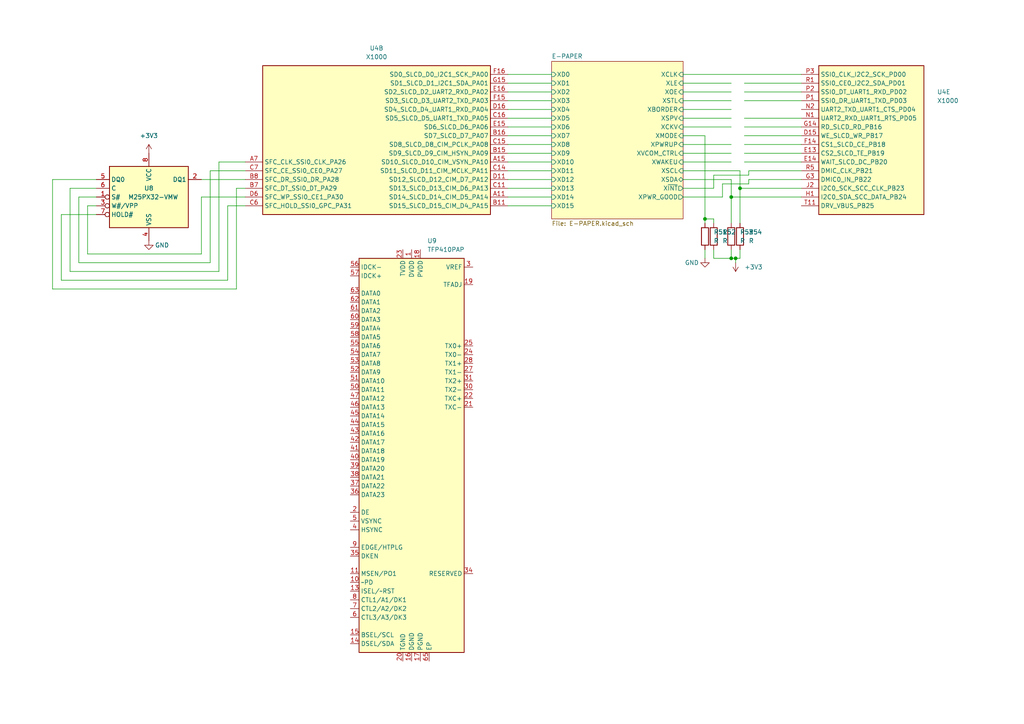
<source format=kicad_sch>
(kicad_sch (version 20211123) (generator eeschema)
  (paper "A4")
  (lib_symbols
    (symbol "Device:R" (pin_numbers hide) (pin_names (offset 0))
      (property "Reference" "R" (at 2.032 0 90))
      (property "Value" "R" (at 0 0 90))
      (symbol "R_0_1"
        (rectangle (start -1.016 -2.54) (end 1.016 2.54) (stroke (width 0.254)))
      )
      (symbol "R_1_1"
        (pin passive line (at 0 3.81 270) (length 1.27) (name "~") (number "1"))
        (pin passive line (at 0 -3.81 90) (length 1.27) (name "~") (number "2"))
      )
    )
    (symbol "Memory_Flash:M25PX32-VMW"
      (property "Reference" "U" (at -10.16 10.16 0))
      (property "Value" "M25PX32-VMW" (at 7.62 -10.16 0))
      (symbol "M25PX32-VMW_0_1"
        (rectangle (start -11.43 8.89) (end 11.43 -8.89) (stroke (width 0.254)) (fill (type background)))
      )
      (symbol "M25PX32-VMW_1_1"
        (pin input inverted (at -15.24 0 0) (length 3.81) (name "S#") (number "1"))
        (pin bidirectional line (at 15.24 5.08 180) (length 3.81) (name "DQ1") (number "2"))
        (pin input inverted (at -15.24 -2.54 0) (length 3.81) (name "W#/VPP") (number "3"))
        (pin power_in line (at 0 -12.7 90) (length 3.81) (name "VSS") (number "4"))
        (pin bidirectional line (at -15.24 5.08 0) (length 3.81) (name "DQ0") (number "5"))
        (pin input line (at -15.24 2.54 0) (length 3.81) (name "C") (number "6"))
        (pin input inverted (at -15.24 -5.08 0) (length 3.81) (name "HOLD#") (number "7"))
        (pin power_in line (at 0 12.7 270) (length 3.81) (name "VCC") (number "8"))
      )
    )
    (symbol "TheBrutzlers_Lib:X1000"
      (property "Reference" "U" (at 13.97 6.35 0))
      (property "Value" "X1000" (at 13.97 3.81 0))
      (symbol "X1000_1_1"
        (rectangle (start 5.08 2.54) (end 20.32 -22.86) (stroke (width 0.254)) (fill (type background)))
        (pin output line (at 25.4 -17.78 180) (length 5.08) (name "COEDC_PWMRP") (number "M15"))
        (pin output line (at 25.4 -20.32 180) (length 5.08) (name "CODEC_PWMRN") (number "M16"))
        (pin output line (at 25.4 -12.7 180) (length 5.08) (name "CODEC_PWMLP") (number "N15"))
        (pin output line (at 25.4 -15.24 180) (length 5.08) (name "CODEC_PWMLN") (number "N16"))
        (pin power_in line (at 25.4 0 180) (length 5.08) (name "CODEC_VREFP") (number "P15"))
        (pin unspecified line (at 25.4 -10.16 180) (length 5.08) (name "MICBIAS") (number "R14"))
        (pin bidirectional line (at 25.4 -7.62 180) (length 5.08) (name "AIN") (number "R15"))
        (pin bidirectional line (at 25.4 -5.08 180) (length 5.08) (name "AIP") (number "R16"))
        (pin power_out line (at 25.4 -2.54 180) (length 5.08) (name "VCAP") (number "T15"))
      )
      (symbol "X1000_2_1"
        (rectangle (start 5.08 2.54) (end 71.12 -40.64) (stroke (width 0.254)) (fill (type background)))
        (pin bidirectional line (at 76.2 -35.56 180) (length 5.08) (name "SD14_SLCD_D14_CIM_D5_PA14") (number "A11"))
        (pin bidirectional line (at 76.2 -25.4 180) (length 5.08) (name "SD10_SLCD_D10_CIM_VSYN_PA10") (number "A15"))
        (pin bidirectional line (at 0 -25.4 0) (length 5.08) (name "SFC_CLK_SSI0_CLK_PA26") (number "A7"))
        (pin bidirectional line (at 76.2 -38.1 180) (length 5.08) (name "SD15_SLCD_D15_CIM_D4_PA15") (number "B11"))
        (pin bidirectional line (at 76.2 -22.86 180) (length 5.08) (name "SD9_SLCD_D9_CIM_HSYN_PA09") (number "B15"))
        (pin bidirectional line (at 76.2 -17.78 180) (length 5.08) (name "SD7_SLCD_D7_PA07") (number "B16"))
        (pin bidirectional line (at 0 -33.02 0) (length 5.08) (name "SFC_DT_SSI0_DT_PA29") (number "B7"))
        (pin bidirectional line (at 0 -30.48 0) (length 5.08) (name "SFC_DR_SSI0_DR_PA28") (number "B8"))
        (pin bidirectional line (at 76.2 -33.02 180) (length 5.08) (name "SD13_SLCD_D13_CIM_D6_PA13") (number "C11"))
        (pin bidirectional line (at 76.2 -27.94 180) (length 5.08) (name "SD11_SLCD_D11_CIM_MCLK_PA11") (number "C14"))
        (pin bidirectional line (at 76.2 -20.32 180) (length 5.08) (name "SD8_SLCD_D8_CIM_PCLK_PA08") (number "C15"))
        (pin bidirectional line (at 76.2 -12.7 180) (length 5.08) (name "SD5_SLCD_D5_UART1_TXD_PA05") (number "C16"))
        (pin bidirectional line (at 0 -38.1 0) (length 5.08) (name "SFC_HOLD_SSI0_GPC_PA31") (number "C6"))
        (pin bidirectional line (at 0 -27.94 0) (length 5.08) (name "SFC_CE_SSI0_CE0_PA27") (number "C7"))
        (pin bidirectional line (at 76.2 -30.48 180) (length 5.08) (name "SD12_SLCD_D12_CIM_D7_PA12") (number "D11"))
        (pin bidirectional line (at 76.2 -10.16 180) (length 5.08) (name "SD4_SLCD_D4_UART1_RXD_PA04") (number "D16"))
        (pin bidirectional line (at 0 -35.56 0) (length 5.08) (name "SFC_WP_SSI0_CE1_PA30") (number "D6"))
        (pin bidirectional line (at 76.2 -15.24 180) (length 5.08) (name "SD6_SLCD_D6_PA06") (number "E15"))
        (pin bidirectional line (at 76.2 -5.08 180) (length 5.08) (name "SD2_SLCD_D2_UART2_RXD_PA02") (number "E16"))
        (pin bidirectional line (at 76.2 -7.62 180) (length 5.08) (name "SD3_SLCD_D3_UART2_TXD_PA03") (number "F15"))
        (pin bidirectional line (at 76.2 0 180) (length 5.08) (name "SD0_SLCD_D0_I2C1_SCK_PA00") (number "F16"))
        (pin bidirectional line (at 76.2 -2.54 180) (length 5.08) (name "SD1_SLCD_D1_I2C1_SDA_PA01") (number "G15"))
      )
      (symbol "X1000_3_1"
        (rectangle (start 5.08 2.54) (end 68.58 -40.64) (stroke (width 0.254)) (fill (type background)))
        (pin bidirectional line (at 73.66 -10.16 180) (length 5.08) (name "WE_SLCD_WR_PB17") (number "D15"))
        (pin bidirectional line (at 73.66 -15.24 180) (length 5.08) (name "CS2_SLCD_TE_PB19") (number "E13"))
        (pin bidirectional line (at 73.66 -17.78 180) (length 5.08) (name "WAIT_SLCD_DC_PB20") (number "E14"))
        (pin bidirectional line (at 73.66 -12.7 180) (length 5.08) (name "CS1_SLCD_CE_PB18") (number "F14"))
        (pin bidirectional line (at 73.66 -7.62 180) (length 5.08) (name "RD_SLCD_RD_PB16") (number "G14"))
        (pin bidirectional line (at 0 -35.56 0) (length 5.08) (name "SA14_MAC_MDIO_PB14") (number "G16"))
        (pin bidirectional line (at 73.66 -22.86 180) (length 5.08) (name "DMIC0_IN_PB22") (number "G3"))
        (pin bidirectional line (at 73.66 -27.94 180) (length 5.08) (name "I2C0_SDA_SCC_DATA_PB24") (number "H1"))
        (pin bidirectional line (at 0 -38.1 0) (length 5.08) (name "SA15_MAC_REF_CLK_PB15") (number "H15"))
        (pin bidirectional line (at 0 -30.48 0) (length 5.08) (name "SA12_MAC_TXD0_PB12") (number "H16"))
        (pin bidirectional line (at 0 -33.02 0) (length 5.08) (name "SA13_MAC_MDC_PB13") (number "J15"))
        (pin bidirectional line (at 0 -27.94 0) (length 5.08) (name "SA11_MAC_TXD1_PB11") (number "J16"))
        (pin bidirectional line (at 73.66 -25.4 180) (length 5.08) (name "I2C0_SCK_SCC_CLK_PB23") (number "J2"))
        (pin bidirectional line (at 0 -25.4 0) (length 5.08) (name "SA10_MAC_TXEN_PB10") (number "K14"))
        (pin bidirectional line (at 0 -22.86 0) (length 5.08) (name "SA9_MAC_RXD0_PB09") (number "K15"))
        (pin bidirectional line (at 0 -20.32 0) (length 5.08) (name "SA8_MAC_RXD1_PB08") (number "K16"))
        (pin bidirectional line (at 0 -17.78 0) (length 5.08) (name "SA7_MAC_CRS_DV_PB07") (number "L14"))
        (pin bidirectional line (at 0 -15.24 0) (length 5.08) (name "SA6_MAC_PHY_CLK_PWM3_PB06") (number "L15"))
        (pin bidirectional line (at 0 0 0) (length 5.08) (name "SA0_I2S_MCLK_PB00") (number "R2"))
        (pin bidirectional line (at 0 -7.62 0) (length 5.08) (name "SA3_I2S_DI_PB03") (number "R3"))
        (pin bidirectional line (at 0 -10.16 0) (length 5.08) (name "SA4_I2S_DO_PB04") (number "R4"))
        (pin bidirectional line (at 73.66 -20.32 180) (length 5.08) (name "DMIC_CLK_PB21") (number "R5"))
        (pin bidirectional line (at 73.66 -30.48 180) (length 5.08) (name "DRV_VBUS_PB25") (number "T11"))
        (pin bidirectional line (at 0 -2.54 0) (length 5.08) (name "SA1_I2S_BCLK_PB01") (number "T2"))
        (pin bidirectional line (at 0 -5.08 0) (length 5.08) (name "SA2_I2S_LRCLK_PB02") (number "T3"))
        (pin bidirectional line (at 0 -12.7 0) (length 5.08) (name "SA5_DMIC1_IN_PB05") (number "T4"))
      )
      (symbol "X1000_4_1"
        (rectangle (start 15.24 0) (end 60.96 -46.99) (stroke (width 0.254)) (fill (type background)))
        (pin bidirectional line (at 66.04 -16.51 180) (length 5.08) (name "MSC0_D4_CIM_D0_PA19") (number "A10"))
        (pin bidirectional line (at 66.04 -1.27 180) (length 5.08) (name "MSC0_CMD_SSI0_CE0_PA25") (number "A12"))
        (pin bidirectional line (at 66.04 -6.35 180) (length 5.08) (name "MSC0_D0_SSI0_DR_PA23") (number "A13"))
        (pin bidirectional line (at 66.04 -11.43 180) (length 5.08) (name "MSC0_D2_SSI0_CE1_PA21") (number "A14"))
        (pin bidirectional line (at 10.16 -16.51 0) (length 5.08) (name "PC17") (number "A2"))
        (pin bidirectional line (at 10.16 -24.13 0) (length 5.08) (name "PC20") (number "A3"))
        (pin bidirectional line (at 10.16 -31.75 0) (length 5.08) (name "PC23") (number "A4"))
        (pin bidirectional line (at 66.04 -44.45 180) (length 5.08) (name "UART0_RTS_PC13") (number "A5"))
        (pin bidirectional line (at 66.04 -39.37 180) (length 5.08) (name "UART0_TXD_PC11") (number "A6"))
        (pin bidirectional line (at 66.04 -21.59 180) (length 5.08) (name "MSC0_D6_CIM_D2_PA17") (number "A9"))
        (pin bidirectional line (at 66.04 -29.21 180) (length 5.08) (name "PCM_DO_PC07") (number "B1"))
        (pin bidirectional line (at 66.04 -19.05 180) (length 5.08) (name "MSC0_D5_CIM_D1_PA18") (number "B10"))
        (pin bidirectional line (at 66.04 -3.81 180) (length 5.08) (name "MSC0_CLK_SSI0_CLK_PA24") (number "B12"))
        (pin bidirectional line (at 66.04 -8.89 180) (length 5.08) (name "MSC0_D1_SSI0_DT_PA22") (number "B13"))
        (pin bidirectional line (at 66.04 -13.97 180) (length 5.08) (name "MSC0_D3_SSI0_GPC_PA20") (number "B14"))
        (pin bidirectional line (at 10.16 -13.97 0) (length 5.08) (name "PC16") (number "B2"))
        (pin bidirectional line (at 10.16 -21.59 0) (length 5.08) (name "PC19") (number "B3"))
        (pin bidirectional line (at 10.16 -29.21 0) (length 5.08) (name "PC22") (number "B4"))
        (pin bidirectional line (at 66.04 -41.91 180) (length 5.08) (name "UART0_CTS_PC12") (number "B5"))
        (pin bidirectional line (at 66.04 -36.83 180) (length 5.08) (name "UART0_RXD_PC10") (number "B6"))
        (pin bidirectional line (at 66.04 -26.67 180) (length 5.08) (name "PCM_CLK_PC06") (number "C1"))
        (pin bidirectional line (at 66.04 -24.13 180) (length 5.08) (name "MSC0_D7_CIM_D3_PA16") (number "C10"))
        (pin bidirectional line (at 66.04 -34.29 180) (length 5.08) (name "PCM_SYN_PC09") (number "C2"))
        (pin bidirectional line (at 10.16 -19.05 0) (length 5.08) (name "PC18") (number "C3"))
        (pin bidirectional line (at 66.04 -31.75 180) (length 5.08) (name "PCM_DI_PC08") (number "D2"))
        (pin bidirectional line (at 10.16 -26.67 0) (length 5.08) (name "PC21") (number "E4"))
        (pin bidirectional line (at 10.16 -41.91 0) (length 5.08) (name "I2C1_SDA_PWM2_PC27") (number "J1"))
        (pin bidirectional line (at 10.16 -36.83 0) (length 5.08) (name "PWM0_PC25") (number "K1"))
        (pin bidirectional line (at 10.16 -39.37 0) (length 5.08) (name "I2C1_SCK_PWM1_PC26") (number "K2"))
        (pin bidirectional line (at 10.16 -34.29 0) (length 5.08) (name "PWM4_PC24") (number "L1"))
      )
      (symbol "X1000_5_1"
        (rectangle (start 5.08 2.54) (end 38.1 -15.24) (stroke (width 0.254)) (fill (type background)))
        (pin bidirectional line (at 43.18 -12.7 180) (length 5.08) (name "UART2_RXD_UART1_RTS_PD05") (number "N1"))
        (pin bidirectional line (at 43.18 -10.16 180) (length 5.08) (name "UART2_TXD_UART1_CTS_PD04") (number "N2"))
        (pin bidirectional line (at 43.18 -7.62 180) (length 5.08) (name "SSI0_DR_UART1_TXD_PD03") (number "P1"))
        (pin bidirectional line (at 43.18 -5.08 180) (length 5.08) (name "SSI0_DT_UART1_RXD_PD02") (number "P2"))
        (pin bidirectional line (at 43.18 0 180) (length 5.08) (name "SSI0_CLK_I2C2_SCK_PD00") (number "P3"))
        (pin bidirectional line (at 43.18 -2.54 180) (length 5.08) (name "SSI0_CE0_I2C2_SDA_PD01") (number "R1"))
      )
      (symbol "X1000_6_1"
        (rectangle (start 5.08 2.54) (end 35.56 -30.48) (stroke (width 0.254)) (fill (type background)))
        (pin power_in line (at 0 -17.78 0) (length 5.08) (name "VREF0") (number "A8"))
        (pin power_in line (at 0 -15.24 0) (length 5.08) (name "ZQ") (number "B9"))
        (pin passive line (at 0 -2.54 0) (length 5.08) hide (name "VSSMEM[6]") (number "E10"))
        (pin power_in line (at 0 -5.08 0) (length 5.08) (name "LPDDR_VDD[3]") (number "E6"))
        (pin power_in line (at 0 0 0) (length 5.08) (name "VDDMEM[6]") (number "E7"))
        (pin passive line (at 0 0 0) (length 5.08) hide (name "VDDMEM[6]") (number "E8"))
        (pin power_in line (at 0 -2.54 0) (length 5.08) (name "VSSMEM[6]") (number "E9"))
        (pin passive line (at 0 -2.54 0) (length 5.08) hide (name "VSSMEM[6]") (number "F10"))
        (pin power_in line (at 40.64 -12.7 180) (length 5.08) (name "VDD[8]") (number "F11"))
        (pin power_in line (at 0 -10.16 0) (length 5.08) (name "LPDDR_VDDQ[5]") (number "F5"))
        (pin passive line (at 0 -5.08 0) (length 5.08) hide (name "LPDDR_VDD[3]") (number "F6"))
        (pin passive line (at 0 0 0) (length 5.08) hide (name "VDDMEM[6]") (number "F7"))
        (pin passive line (at 0 0 0) (length 5.08) hide (name "VDDMEM[6]") (number "F8"))
        (pin passive line (at 0 -2.54 0) (length 5.08) hide (name "VSSMEM[6]") (number "F9"))
        (pin passive line (at 0 -2.54 0) (length 5.08) hide (name "VSSMEM[6]") (number "G10"))
        (pin passive line (at 40.64 -12.7 180) (length 5.08) hide (name "VDD[8]") (number "G11"))
        (pin passive line (at 40.64 -12.7 180) (length 5.08) hide (name "VDD[8]") (number "G12"))
        (pin passive line (at 0 -10.16 0) (length 5.08) hide (name "LPDDR_VDDQ[5]") (number "G5"))
        (pin passive line (at 0 -5.08 0) (length 5.08) hide (name "LPDDR_VDD[3]") (number "G6"))
        (pin passive line (at 0 0 0) (length 5.08) hide (name "VDDMEM[6]") (number "G7"))
        (pin passive line (at 0 0 0) (length 5.08) hide (name "VDDMEM[6]") (number "G8"))
        (pin passive line (at 0 -2.54 0) (length 5.08) hide (name "VSSMEM[6]") (number "G9"))
        (pin passive line (at 40.64 -12.7 180) (length 5.08) hide (name "VDD[8]") (number "H10"))
        (pin passive line (at 40.64 -12.7 180) (length 5.08) hide (name "VDD[8]") (number "H11"))
        (pin passive line (at 40.64 -12.7 180) (length 5.08) hide (name "VDD[8]") (number "H12"))
        (pin passive line (at 0 -10.16 0) (length 5.08) hide (name "LPDDR_VDDQ[5]") (number "H5"))
        (pin passive line (at 0 -10.16 0) (length 5.08) hide (name "LPDDR_VDDQ[5]") (number "H6"))
        (pin passive line (at 0 -10.16 0) (length 5.08) hide (name "LPDDR_VDDQ[5]") (number "H7"))
        (pin power_in line (at 40.64 -10.16 180) (length 5.08) (name "VSS[11]") (number "J10"))
        (pin passive line (at 40.64 -12.7 180) (length 5.08) hide (name "VDD[8]") (number "J11"))
        (pin passive line (at 40.64 -12.7 180) (length 5.08) hide (name "VDD[8]") (number "J12"))
        (pin power_in line (at 0 -12.7 0) (length 5.08) (name "LPDDR_VSSQ[5]") (number "J5"))
        (pin passive line (at 0 -12.7 0) (length 5.08) hide (name "LPDDR_VSSQ[5]") (number "J6"))
        (pin power_in line (at 0 -7.62 0) (length 5.08) (name "LPDDR_VSS[3]") (number "J7"))
        (pin passive line (at 40.64 -10.16 180) (length 5.08) hide (name "VSS[11]") (number "K10"))
        (pin power_in line (at 40.64 -5.08 180) (length 5.08) (name "VDDIO[3]") (number "K11"))
        (pin passive line (at 40.64 -5.08 180) (length 5.08) hide (name "VDDIO[3]") (number "K12"))
        (pin passive line (at 0 -12.7 0) (length 5.08) hide (name "LPDDR_VSSQ[5]") (number "K5"))
        (pin passive line (at 0 -12.7 0) (length 5.08) hide (name "LPDDR_VSSQ[5]") (number "K6"))
        (pin passive line (at 0 -7.62 0) (length 5.08) hide (name "LPDDR_VSS[3]") (number "K7"))
        (pin passive line (at 40.64 -10.16 180) (length 5.08) hide (name "VSS[11]") (number "K8"))
        (pin passive line (at 40.64 -10.16 180) (length 5.08) hide (name "VSS[11]") (number "K9"))
        (pin passive line (at 40.64 -10.16 180) (length 5.08) hide (name "VSS[11]") (number "L10"))
        (pin passive line (at 40.64 -10.16 180) (length 5.08) hide (name "VSS[11]") (number "L11"))
        (pin passive line (at 40.64 -5.08 180) (length 5.08) hide (name "VDDIO[3]") (number "L12"))
        (pin power_in line (at 40.64 -15.24 180) (length 5.08) (name "VDDIO_CODEC") (number "L16"))
        (pin passive line (at 0 -12.7 0) (length 5.08) hide (name "LPDDR_VSSQ[5]") (number "L6"))
        (pin passive line (at 0 -7.62 0) (length 5.08) hide (name "LPDDR_VSS[3]") (number "L7"))
        (pin passive line (at 40.64 -10.16 180) (length 5.08) hide (name "VSS[11]") (number "L8"))
        (pin passive line (at 40.64 -10.16 180) (length 5.08) hide (name "VSS[11]") (number "L9"))
        (pin passive line (at 40.64 -10.16 180) (length 5.08) hide (name "VSS[11]") (number "M10"))
        (pin power_in line (at 40.64 -17.78 180) (length 5.08) (name "VSSIO_CODEC") (number "M14"))
        (pin passive line (at 40.64 -10.16 180) (length 5.08) hide (name "VSS[11]") (number "M8"))
        (pin passive line (at 40.64 -10.16 180) (length 5.08) hide (name "VSS[11]") (number "M9"))
        (pin power_in line (at 40.64 -7.62 180) (length 5.08) (name "VDDIO_5T") (number "N6"))
        (pin power_in line (at 0 -20.32 0) (length 5.08) (name "VSSRTC") (number "N7"))
        (pin power_in line (at 40.64 -27.94 180) (length 5.08) (name "PLL_AVSS") (number "P10"))
        (pin power_in line (at 40.64 -2.54 180) (length 5.08) (name "CODEC_AVSS") (number "P14"))
        (pin power_in line (at 40.64 0 180) (length 5.08) (name "CODEC_AVDD") (number "P16"))
        (pin power_in line (at 40.64 -22.86 180) (length 5.08) (name "PLL_DVSS") (number "P9"))
        (pin power_in line (at 40.64 -25.4 180) (length 5.08) (name "PLL_AVDD") (number "R9"))
        (pin power_in line (at 0 -22.86 0) (length 5.08) (name "VDDRTC") (number "T6"))
        (pin power_in line (at 40.64 -20.32 180) (length 5.08) (name "PLL_DVDD") (number "T9"))
      )
      (symbol "X1000_7_1"
        (rectangle (start 5.08 2.54) (end 48.26 -35.56) (stroke (width 0.254)) (fill (type background)))
        (pin bidirectional line (at 53.34 -20.32 180) (length 5.08) (name "EXCLK_PB27") (number "F1"))
        (pin output line (at 0 -22.86 0) (length 5.08) (name "TDO_UART2_TXD") (number "G1"))
        (pin input line (at 0 -25.4 0) (length 5.08) (name "TDI_UART2_RXD") (number "G2"))
        (pin power_in line (at 0 -33.02 0) (length 5.08) (name "AVDEFUSE") (number "H2"))
        (pin input line (at 0 -20.32 0) (length 5.08) (name "pad_TRST_") (number "K3"))
        (pin bidirectional line (at 53.34 -25.4 180) (length 5.08) (name "BOOT_SEL1_PB29") (number "L2"))
        (pin input line (at 0 -27.94 0) (length 5.08) (name "TCK") (number "L3"))
        (pin bidirectional line (at 53.34 -27.94 180) (length 5.08) (name "BOOT_SEL2_PB30") (number "M1"))
        (pin bidirectional line (at 53.34 -22.86 180) (length 5.08) (name "BOOT_SEL0_PB28") (number "M2"))
        (pin bidirectional line (at 0 -30.48 0) (length 5.08) (name "TMS") (number "M3"))
        (pin input line (at 0 -7.62 0) (length 5.08) (name "PPRST_") (number "P6"))
        (pin input line (at 0 -10.16 0) (length 5.08) (name "TEST_TE") (number "P7"))
        (pin output line (at 0 -17.78 0) (length 5.08) (name "EXCLK_XO(EXCLK_O)") (number "R10"))
        (pin bidirectional line (at 53.34 -30.48 180) (length 5.08) (name "WKUP_PB31") (number "R6"))
        (pin output line (at 0 -5.08 0) (length 5.08) (name "PWRON") (number "R7"))
        (pin input line (at 0 0 0) (length 5.08) (name "RTCLK") (number "R8"))
        (pin input line (at 0 -15.24 0) (length 5.08) (name "EXCLK_XI(EXCLK_I)") (number "T10"))
        (pin bidirectional line (at 53.34 -17.78 180) (length 5.08) (name "RTC32K_PB26") (number "T5"))
        (pin power_out line (at 0 -12.7 0) (length 5.08) (name "LDOOUT") (number "T7"))
        (pin output line (at 0 -2.54 0) (length 5.08) (name "XRTCLK") (number "T8"))
      )
      (symbol "X1000_8_1"
        (rectangle (start 5.08 2.54) (end 30.48 -20.32) (stroke (width 0.254)) (fill (type background)))
        (pin input line (at 35.56 -7.62 180) (length 5.08) (name "USB_ID(OTG_ID)") (number "P11"))
        (pin input line (at 35.56 -5.08 180) (length 5.08) (name "USB_VBUS(OTG_VBUS)") (number "P13"))
        (pin power_in line (at 35.56 -15.24 180) (length 5.08) (name "AVSOTG") (number "R11"))
        (pin bidirectional line (at 35.56 0 180) (length 5.08) (name "USB_DP0(OTG_DP)") (number "R12"))
        (pin bidirectional line (at 35.56 -10.16 180) (length 5.08) (name "OTG_TXR_RKL") (number "R13"))
        (pin bidirectional line (at 35.56 -2.54 180) (length 5.08) (name "USB_DM0(OTG_DM)") (number "T12"))
        (pin power_in line (at 35.56 -17.78 180) (length 5.08) (name "AVDOTG25") (number "T13"))
        (pin power_in line (at 35.56 -12.7 180) (length 5.08) (name "AVDOTG") (number "T14"))
      )
      (symbol "X1000_9_1"
        (rectangle (start 2.54 1.27) (end 20.32 -16.51) (stroke (width 0.254)) (fill (type background)))
        (pin bidirectional line (at 25.4 -6.35 180) (length 5.08) (name "MSC1_D0_PC02") (number "D1"))
        (pin bidirectional line (at 25.4 -1.27 180) (length 5.08) (name "MSC1_CLK_PC00") (number "E1"))
        (pin bidirectional line (at 25.4 -8.89 180) (length 5.08) (name "MSC1_D1_PC03") (number "E2"))
        (pin bidirectional line (at 25.4 -13.97 180) (length 5.08) (name "MSC1_D3_PC05") (number "E3"))
        (pin bidirectional line (at 25.4 -3.81 180) (length 5.08) (name "MSC1_CMD_PC01") (number "F2"))
        (pin bidirectional line (at 25.4 -11.43 180) (length 5.08) (name "MSC1_D2_PC04") (number "F3"))
      )
    )
    (symbol "Video:TFP410PAP"
      (property "Reference" "U" (at -13.97 57.15 0))
      (property "Value" "TFP410PAP" (at 11.43 57.15 0))
      (symbol "TFP410PAP_0_1"
        (rectangle (start -15.24 55.88) (end 15.24 -58.42) (stroke (width 0.254)) (fill (type background)))
      )
      (symbol "TFP410PAP_1_1"
        (pin power_in line (at 0 58.42 270) (length 2.54) (name "DVDD") (number "1"))
        (pin input line (at -17.78 -38.1 0) (length 2.54) (name "~PD") (number "10"))
        (pin output line (at -17.78 -35.56 0) (length 2.54) (name "MSEN/PO1") (number "11"))
        (pin passive line (at 0 58.42 270) (length 2.54) hide (name "DVDD") (number "12"))
        (pin input line (at -17.78 -40.64 0) (length 2.54) (name "ISEL/~RST") (number "13"))
        (pin bidirectional line (at -17.78 -55.88 0) (length 2.54) (name "DSEL/SDA") (number "14"))
        (pin input line (at -17.78 -53.34 0) (length 2.54) (name "BSEL/SCL") (number "15"))
        (pin power_in line (at 0 -60.96 90) (length 2.54) (name "DGND") (number "16"))
        (pin power_in line (at 2.54 -60.96 90) (length 2.54) (name "PGND") (number "17"))
        (pin power_in line (at 2.54 58.42 270) (length 2.54) (name "PVDD") (number "18"))
        (pin input line (at 17.78 48.26 180) (length 2.54) (name "TFADJ") (number "19"))
        (pin input line (at -17.78 -17.78 0) (length 2.54) (name "DE") (number "2"))
        (pin power_in line (at -2.54 -60.96 90) (length 2.54) (name "TGND") (number "20"))
        (pin output line (at 17.78 12.7 180) (length 2.54) (name "TXC-") (number "21"))
        (pin output line (at 17.78 15.24 180) (length 2.54) (name "TXC+") (number "22"))
        (pin power_in line (at -2.54 58.42 270) (length 2.54) (name "TVDD") (number "23"))
        (pin output line (at 17.78 27.94 180) (length 2.54) (name "TX0-") (number "24"))
        (pin output line (at 17.78 30.48 180) (length 2.54) (name "TX0+") (number "25"))
        (pin passive line (at -2.54 -60.96 90) (length 2.54) hide (name "TGND") (number "26"))
        (pin output line (at 17.78 22.86 180) (length 2.54) (name "TX1-") (number "27"))
        (pin output line (at 17.78 25.4 180) (length 2.54) (name "TX1+") (number "28"))
        (pin passive line (at -2.54 58.42 270) (length 2.54) hide (name "TVDD") (number "29"))
        (pin input line (at 17.78 53.34 180) (length 2.54) (name "VREF") (number "3"))
        (pin output line (at 17.78 17.78 180) (length 2.54) (name "TX2-") (number "30"))
        (pin output line (at 17.78 20.32 180) (length 2.54) (name "TX2+") (number "31"))
        (pin passive line (at -2.54 -60.96 90) (length 2.54) hide (name "TGND") (number "32"))
        (pin passive line (at 0 58.42 270) (length 2.54) hide (name "DVDD") (number "33"))
        (pin input line (at 17.78 -35.56 180) (length 2.54) (name "RESERVED") (number "34"))
        (pin input line (at -17.78 -30.48 0) (length 2.54) (name "DKEN") (number "35"))
        (pin input line (at -17.78 -12.7 0) (length 2.54) (name "DATA23") (number "36"))
        (pin input line (at -17.78 -10.16 0) (length 2.54) (name "DATA22") (number "37"))
        (pin input line (at -17.78 -7.62 0) (length 2.54) (name "DATA21") (number "38"))
        (pin input line (at -17.78 -5.08 0) (length 2.54) (name "DATA20") (number "39"))
        (pin input line (at -17.78 -22.86 0) (length 2.54) (name "HSYNC") (number "4"))
        (pin input line (at -17.78 -2.54 0) (length 2.54) (name "DATA19") (number "40"))
        (pin input line (at -17.78 0 0) (length 2.54) (name "DATA18") (number "41"))
        (pin input line (at -17.78 2.54 0) (length 2.54) (name "DATA17") (number "42"))
        (pin input line (at -17.78 5.08 0) (length 2.54) (name "DATA16") (number "43"))
        (pin input line (at -17.78 7.62 0) (length 2.54) (name "DATA15") (number "44"))
        (pin input line (at -17.78 10.16 0) (length 2.54) (name "DATA14") (number "45"))
        (pin input line (at -17.78 12.7 0) (length 2.54) (name "DATA13") (number "46"))
        (pin input line (at -17.78 15.24 0) (length 2.54) (name "DATA12") (number "47"))
        (pin passive line (at 0 -60.96 90) (length 2.54) hide (name "DGND") (number "48"))
        (pin no_connect line (at 15.24 -33.02 180) (length 2.54) hide (name "NC") (number "49"))
        (pin input line (at -17.78 -20.32 0) (length 2.54) (name "VSYNC") (number "5"))
        (pin input line (at -17.78 17.78 0) (length 2.54) (name "DATA11") (number "50"))
        (pin input line (at -17.78 20.32 0) (length 2.54) (name "DATA10") (number "51"))
        (pin input line (at -17.78 22.86 0) (length 2.54) (name "DATA9") (number "52"))
        (pin input line (at -17.78 25.4 0) (length 2.54) (name "DATA8") (number "53"))
        (pin input line (at -17.78 27.94 0) (length 2.54) (name "DATA7") (number "54"))
        (pin input line (at -17.78 30.48 0) (length 2.54) (name "DATA6") (number "55"))
        (pin input line (at -17.78 53.34 0) (length 2.54) (name "IDCK-") (number "56"))
        (pin input line (at -17.78 50.8 0) (length 2.54) (name "IDCK+") (number "57"))
        (pin input line (at -17.78 33.02 0) (length 2.54) (name "DATA5") (number "58"))
        (pin input line (at -17.78 35.56 0) (length 2.54) (name "DATA4") (number "59"))
        (pin input line (at -17.78 -48.26 0) (length 2.54) (name "CTL3/A3/DK3") (number "6"))
        (pin input line (at -17.78 38.1 0) (length 2.54) (name "DATA3") (number "60"))
        (pin input line (at -17.78 40.64 0) (length 2.54) (name "DATA2") (number "61"))
        (pin input line (at -17.78 43.18 0) (length 2.54) (name "DATA1") (number "62"))
        (pin input line (at -17.78 45.72 0) (length 2.54) (name "DATA0") (number "63"))
        (pin passive line (at 0 -60.96 90) (length 2.54) hide (name "DGND") (number "64"))
        (pin power_in line (at 5.08 -60.96 90) (length 2.54) (name "EP") (number "65"))
        (pin input line (at -17.78 -45.72 0) (length 2.54) (name "CTL2/A2/DK2") (number "7"))
        (pin input line (at -17.78 -43.18 0) (length 2.54) (name "CTL1/A1/DK1") (number "8"))
        (pin input line (at -17.78 -27.94 0) (length 2.54) (name "EDGE/HTPLG") (number "9"))
      )
    )
    (symbol "X1000_1"
      (property "Reference" "U" (at 13.97 6.35 0))
      (property "Value" "X1000_1" (at 13.97 3.81 0))
      (symbol "X1000_1_1_1"
        (rectangle (start 5.08 2.54) (end 20.32 -22.86) (stroke (width 0.254)) (fill (type background)))
        (pin output line (at 25.4 -17.78 180) (length 5.08) (name "COEDC_PWMRP") (number "M15"))
        (pin output line (at 25.4 -20.32 180) (length 5.08) (name "CODEC_PWMRN") (number "M16"))
        (pin output line (at 25.4 -12.7 180) (length 5.08) (name "CODEC_PWMLP") (number "N15"))
        (pin output line (at 25.4 -15.24 180) (length 5.08) (name "CODEC_PWMLN") (number "N16"))
        (pin power_in line (at 25.4 0 180) (length 5.08) (name "CODEC_VREFP") (number "P15"))
        (pin unspecified line (at 25.4 -10.16 180) (length 5.08) (name "MICBIAS") (number "R14"))
        (pin bidirectional line (at 25.4 -7.62 180) (length 5.08) (name "AIN") (number "R15"))
        (pin bidirectional line (at 25.4 -5.08 180) (length 5.08) (name "AIP") (number "R16"))
        (pin power_out line (at 25.4 -2.54 180) (length 5.08) (name "VCAP") (number "T15"))
      )
      (symbol "X1000_1_2_1"
        (rectangle (start 5.08 2.54) (end 71.12 -40.64) (stroke (width 0.254)) (fill (type background)))
        (pin bidirectional line (at 76.2 -35.56 180) (length 5.08) (name "SD14_SLCD_D14_CIM_D5_PA14") (number "A11"))
        (pin bidirectional line (at 76.2 -25.4 180) (length 5.08) (name "SD10_SLCD_D10_CIM_VSYN_PA10") (number "A15"))
        (pin bidirectional line (at 0 -25.4 0) (length 5.08) (name "SFC_CLK_SSI0_CLK_PA26") (number "A7"))
        (pin bidirectional line (at 76.2 -38.1 180) (length 5.08) (name "SD15_SLCD_D15_CIM_D4_PA15") (number "B11"))
        (pin bidirectional line (at 76.2 -22.86 180) (length 5.08) (name "SD9_SLCD_D9_CIM_HSYN_PA09") (number "B15"))
        (pin bidirectional line (at 76.2 -17.78 180) (length 5.08) (name "SD7_SLCD_D7_PA07") (number "B16"))
        (pin bidirectional line (at 0 -33.02 0) (length 5.08) (name "SFC_DT_SSI0_DT_PA29") (number "B7"))
        (pin bidirectional line (at 0 -30.48 0) (length 5.08) (name "SFC_DR_SSI0_DR_PA28") (number "B8"))
        (pin bidirectional line (at 76.2 -33.02 180) (length 5.08) (name "SD13_SLCD_D13_CIM_D6_PA13") (number "C11"))
        (pin bidirectional line (at 76.2 -27.94 180) (length 5.08) (name "SD11_SLCD_D11_CIM_MCLK_PA11") (number "C14"))
        (pin bidirectional line (at 76.2 -20.32 180) (length 5.08) (name "SD8_SLCD_D8_CIM_PCLK_PA08") (number "C15"))
        (pin bidirectional line (at 76.2 -12.7 180) (length 5.08) (name "SD5_SLCD_D5_UART1_TXD_PA05") (number "C16"))
        (pin bidirectional line (at 0 -38.1 0) (length 5.08) (name "SFC_HOLD_SSI0_GPC_PA31") (number "C6"))
        (pin bidirectional line (at 0 -27.94 0) (length 5.08) (name "SFC_CE_SSI0_CE0_PA27") (number "C7"))
        (pin bidirectional line (at 76.2 -30.48 180) (length 5.08) (name "SD12_SLCD_D12_CIM_D7_PA12") (number "D11"))
        (pin bidirectional line (at 76.2 -10.16 180) (length 5.08) (name "SD4_SLCD_D4_UART1_RXD_PA04") (number "D16"))
        (pin bidirectional line (at 0 -35.56 0) (length 5.08) (name "SFC_WP_SSI0_CE1_PA30") (number "D6"))
        (pin bidirectional line (at 76.2 -15.24 180) (length 5.08) (name "SD6_SLCD_D6_PA06") (number "E15"))
        (pin bidirectional line (at 76.2 -5.08 180) (length 5.08) (name "SD2_SLCD_D2_UART2_RXD_PA02") (number "E16"))
        (pin bidirectional line (at 76.2 -7.62 180) (length 5.08) (name "SD3_SLCD_D3_UART2_TXD_PA03") (number "F15"))
        (pin bidirectional line (at 76.2 0 180) (length 5.08) (name "SD0_SLCD_D0_I2C1_SCK_PA00") (number "F16"))
        (pin bidirectional line (at 76.2 -2.54 180) (length 5.08) (name "SD1_SLCD_D1_I2C1_SDA_PA01") (number "G15"))
      )
      (symbol "X1000_1_3_1"
        (rectangle (start 5.08 2.54) (end 68.58 -40.64) (stroke (width 0.254)) (fill (type background)))
        (pin bidirectional line (at 0 -35.56 0) (length 5.08) (name "SA14_MAC_MDIO_PB14") (number "G16"))
        (pin bidirectional line (at 0 -38.1 0) (length 5.08) (name "SA15_MAC_REF_CLK_PB15") (number "H15"))
        (pin bidirectional line (at 0 -30.48 0) (length 5.08) (name "SA12_MAC_TXD0_PB12") (number "H16"))
        (pin bidirectional line (at 0 -33.02 0) (length 5.08) (name "SA13_MAC_MDC_PB13") (number "J15"))
        (pin bidirectional line (at 0 -27.94 0) (length 5.08) (name "SA11_MAC_TXD1_PB11") (number "J16"))
        (pin bidirectional line (at 0 -25.4 0) (length 5.08) (name "SA10_MAC_TXEN_PB10") (number "K14"))
        (pin bidirectional line (at 0 -22.86 0) (length 5.08) (name "SA9_MAC_RXD0_PB09") (number "K15"))
        (pin bidirectional line (at 0 -20.32 0) (length 5.08) (name "SA8_MAC_RXD1_PB08") (number "K16"))
        (pin bidirectional line (at 0 -17.78 0) (length 5.08) (name "SA7_MAC_CRS_DV_PB07") (number "L14"))
        (pin bidirectional line (at 0 -15.24 0) (length 5.08) (name "SA6_MAC_PHY_CLK_PWM3_PB06") (number "L15"))
        (pin bidirectional line (at 0 0 0) (length 5.08) (name "SA0_I2S_MCLK_PB00") (number "R2"))
        (pin bidirectional line (at 0 -7.62 0) (length 5.08) (name "SA3_I2S_DI_PB03") (number "R3"))
        (pin bidirectional line (at 0 -10.16 0) (length 5.08) (name "SA4_I2S_DO_PB04") (number "R4"))
        (pin bidirectional line (at 0 -2.54 0) (length 5.08) (name "SA1_I2S_BCLK_PB01") (number "T2"))
        (pin bidirectional line (at 0 -5.08 0) (length 5.08) (name "SA2_I2S_LRCLK_PB02") (number "T3"))
        (pin bidirectional line (at 0 -12.7 0) (length 5.08) (name "SA5_DMIC1_IN_PB05") (number "T4"))
      )
      (symbol "X1000_1_4_1"
        (rectangle (start 15.24 0) (end 60.96 -46.99) (stroke (width 0.254)) (fill (type background)))
        (pin bidirectional line (at 66.04 -16.51 180) (length 5.08) (name "MSC0_D4_CIM_D0_PA19") (number "A10"))
        (pin bidirectional line (at 66.04 -1.27 180) (length 5.08) (name "MSC0_CMD_SSI0_CE0_PA25") (number "A12"))
        (pin bidirectional line (at 66.04 -6.35 180) (length 5.08) (name "MSC0_D0_SSI0_DR_PA23") (number "A13"))
        (pin bidirectional line (at 66.04 -11.43 180) (length 5.08) (name "MSC0_D2_SSI0_CE1_PA21") (number "A14"))
        (pin bidirectional line (at 10.16 -16.51 0) (length 5.08) (name "PC17") (number "A2"))
        (pin bidirectional line (at 10.16 -24.13 0) (length 5.08) (name "PC20") (number "A3"))
        (pin bidirectional line (at 10.16 -31.75 0) (length 5.08) (name "PC23") (number "A4"))
        (pin bidirectional line (at 66.04 -44.45 180) (length 5.08) (name "UART0_RTS_PC13") (number "A5"))
        (pin bidirectional line (at 66.04 -39.37 180) (length 5.08) (name "UART0_TXD_PC11") (number "A6"))
        (pin bidirectional line (at 66.04 -21.59 180) (length 5.08) (name "MSC0_D6_CIM_D2_PA17") (number "A9"))
        (pin bidirectional line (at 66.04 -29.21 180) (length 5.08) (name "PCM_DO_PC07") (number "B1"))
        (pin bidirectional line (at 66.04 -19.05 180) (length 5.08) (name "MSC0_D5_CIM_D1_PA18") (number "B10"))
        (pin bidirectional line (at 66.04 -3.81 180) (length 5.08) (name "MSC0_CLK_SSI0_CLK_PA24") (number "B12"))
        (pin bidirectional line (at 66.04 -8.89 180) (length 5.08) (name "MSC0_D1_SSI0_DT_PA22") (number "B13"))
        (pin bidirectional line (at 66.04 -13.97 180) (length 5.08) (name "MSC0_D3_SSI0_GPC_PA20") (number "B14"))
        (pin bidirectional line (at 10.16 -13.97 0) (length 5.08) (name "PC16") (number "B2"))
        (pin bidirectional line (at 10.16 -21.59 0) (length 5.08) (name "PC19") (number "B3"))
        (pin bidirectional line (at 10.16 -29.21 0) (length 5.08) (name "PC22") (number "B4"))
        (pin bidirectional line (at 66.04 -41.91 180) (length 5.08) (name "UART0_CTS_PC12") (number "B5"))
        (pin bidirectional line (at 66.04 -36.83 180) (length 5.08) (name "UART0_RXD_PC10") (number "B6"))
        (pin bidirectional line (at 66.04 -26.67 180) (length 5.08) (name "PCM_CLK_PC06") (number "C1"))
        (pin bidirectional line (at 66.04 -24.13 180) (length 5.08) (name "MSC0_D7_CIM_D3_PA16") (number "C10"))
        (pin bidirectional line (at 66.04 -34.29 180) (length 5.08) (name "PCM_SYN_PC09") (number "C2"))
        (pin bidirectional line (at 10.16 -19.05 0) (length 5.08) (name "PC18") (number "C3"))
        (pin bidirectional line (at 66.04 -31.75 180) (length 5.08) (name "PCM_DI_PC08") (number "D2"))
        (pin bidirectional line (at 10.16 -26.67 0) (length 5.08) (name "PC21") (number "E4"))
        (pin bidirectional line (at 10.16 -41.91 0) (length 5.08) (name "I2C1_SDA_PWM2_PC27") (number "J1"))
        (pin bidirectional line (at 10.16 -36.83 0) (length 5.08) (name "PWM0_PC25") (number "K1"))
        (pin bidirectional line (at 10.16 -39.37 0) (length 5.08) (name "I2C1_SCK_PWM1_PC26") (number "K2"))
        (pin bidirectional line (at 10.16 -34.29 0) (length 5.08) (name "PWM4_PC24") (number "L1"))
      )
      (symbol "X1000_1_5_1"
        (rectangle (start 7.62 2.54) (end 38.1 -40.64) (stroke (width 0.254)) (fill (type background)))
        (pin bidirectional line (at 43.18 -17.78 180) (length 5.08) (name "WE_SLCD_WR_PB17") (number "D15"))
        (pin bidirectional line (at 43.18 -22.86 180) (length 5.08) (name "CS2_SLCD_TE_PB19") (number "E13"))
        (pin bidirectional line (at 43.18 -25.4 180) (length 5.08) (name "WAIT_SLCD_DC_PB20") (number "E14"))
        (pin bidirectional line (at 43.18 -20.32 180) (length 5.08) (name "CS1_SLCD_CE_PB18") (number "F14"))
        (pin bidirectional line (at 43.18 -15.24 180) (length 5.08) (name "RD_SLCD_RD_PB16") (number "G14"))
        (pin bidirectional line (at 43.18 -30.48 180) (length 5.08) (name "DMIC0_IN_PB22") (number "G3"))
        (pin bidirectional line (at 43.18 -35.56 180) (length 5.08) (name "I2C0_SDA_SCC_DATA_PB24") (number "H1"))
        (pin bidirectional line (at 43.18 -33.02 180) (length 5.08) (name "I2C0_SCK_SCC_CLK_PB23") (number "J2"))
        (pin bidirectional line (at 43.18 -12.7 180) (length 5.08) (name "UART2_RXD_UART1_RTS_PD05") (number "N1"))
        (pin bidirectional line (at 43.18 -10.16 180) (length 5.08) (name "UART2_TXD_UART1_CTS_PD04") (number "N2"))
        (pin bidirectional line (at 43.18 -7.62 180) (length 5.08) (name "SSI0_DR_UART1_TXD_PD03") (number "P1"))
        (pin bidirectional line (at 43.18 -5.08 180) (length 5.08) (name "SSI0_DT_UART1_RXD_PD02") (number "P2"))
        (pin bidirectional line (at 43.18 0 180) (length 5.08) (name "SSI0_CLK_I2C2_SCK_PD00") (number "P3"))
        (pin bidirectional line (at 43.18 -2.54 180) (length 5.08) (name "SSI0_CE0_I2C2_SDA_PD01") (number "R1"))
        (pin bidirectional line (at 43.18 -27.94 180) (length 5.08) (name "DMIC_CLK_PB21") (number "R5"))
        (pin bidirectional line (at 43.18 -38.1 180) (length 5.08) (name "DRV_VBUS_PB25") (number "T11"))
      )
      (symbol "X1000_1_6_1"
        (rectangle (start 5.08 2.54) (end 35.56 -30.48) (stroke (width 0.254)) (fill (type background)))
        (pin power_in line (at 0 -17.78 0) (length 5.08) (name "VREF0") (number "A8"))
        (pin power_in line (at 0 -15.24 0) (length 5.08) (name "ZQ") (number "B9"))
        (pin passive line (at 0 -2.54 0) (length 5.08) hide (name "VSSMEM[6]") (number "E10"))
        (pin power_in line (at 0 -5.08 0) (length 5.08) (name "LPDDR_VDD[3]") (number "E6"))
        (pin power_in line (at 0 0 0) (length 5.08) (name "VDDMEM[6]") (number "E7"))
        (pin passive line (at 0 0 0) (length 5.08) hide (name "VDDMEM[6]") (number "E8"))
        (pin power_in line (at 0 -2.54 0) (length 5.08) (name "VSSMEM[6]") (number "E9"))
        (pin passive line (at 0 -2.54 0) (length 5.08) hide (name "VSSMEM[6]") (number "F10"))
        (pin power_in line (at 40.64 -12.7 180) (length 5.08) (name "VDD[8]") (number "F11"))
        (pin power_in line (at 0 -10.16 0) (length 5.08) (name "LPDDR_VDDQ[5]") (number "F5"))
        (pin passive line (at 0 -5.08 0) (length 5.08) hide (name "LPDDR_VDD[3]") (number "F6"))
        (pin passive line (at 0 0 0) (length 5.08) hide (name "VDDMEM[6]") (number "F7"))
        (pin passive line (at 0 0 0) (length 5.08) hide (name "VDDMEM[6]") (number "F8"))
        (pin passive line (at 0 -2.54 0) (length 5.08) hide (name "VSSMEM[6]") (number "F9"))
        (pin passive line (at 0 -2.54 0) (length 5.08) hide (name "VSSMEM[6]") (number "G10"))
        (pin passive line (at 40.64 -12.7 180) (length 5.08) hide (name "VDD[8]") (number "G11"))
        (pin passive line (at 40.64 -12.7 180) (length 5.08) hide (name "VDD[8]") (number "G12"))
        (pin passive line (at 0 -10.16 0) (length 5.08) hide (name "LPDDR_VDDQ[5]") (number "G5"))
        (pin passive line (at 0 -5.08 0) (length 5.08) hide (name "LPDDR_VDD[3]") (number "G6"))
        (pin passive line (at 0 0 0) (length 5.08) hide (name "VDDMEM[6]") (number "G7"))
        (pin passive line (at 0 0 0) (length 5.08) hide (name "VDDMEM[6]") (number "G8"))
        (pin passive line (at 0 -2.54 0) (length 5.08) hide (name "VSSMEM[6]") (number "G9"))
        (pin passive line (at 40.64 -12.7 180) (length 5.08) hide (name "VDD[8]") (number "H10"))
        (pin passive line (at 40.64 -12.7 180) (length 5.08) hide (name "VDD[8]") (number "H11"))
        (pin passive line (at 40.64 -12.7 180) (length 5.08) hide (name "VDD[8]") (number "H12"))
        (pin passive line (at 0 -10.16 0) (length 5.08) hide (name "LPDDR_VDDQ[5]") (number "H5"))
        (pin passive line (at 0 -10.16 0) (length 5.08) hide (name "LPDDR_VDDQ[5]") (number "H6"))
        (pin passive line (at 0 -10.16 0) (length 5.08) hide (name "LPDDR_VDDQ[5]") (number "H7"))
        (pin power_in line (at 40.64 -10.16 180) (length 5.08) (name "VSS[11]") (number "J10"))
        (pin passive line (at 40.64 -12.7 180) (length 5.08) hide (name "VDD[8]") (number "J11"))
        (pin passive line (at 40.64 -12.7 180) (length 5.08) hide (name "VDD[8]") (number "J12"))
        (pin power_in line (at 0 -12.7 0) (length 5.08) (name "LPDDR_VSSQ[5]") (number "J5"))
        (pin passive line (at 0 -12.7 0) (length 5.08) hide (name "LPDDR_VSSQ[5]") (number "J6"))
        (pin power_in line (at 0 -7.62 0) (length 5.08) (name "LPDDR_VSS[3]") (number "J7"))
        (pin passive line (at 40.64 -10.16 180) (length 5.08) hide (name "VSS[11]") (number "K10"))
        (pin power_in line (at 40.64 -5.08 180) (length 5.08) (name "VDDIO[3]") (number "K11"))
        (pin passive line (at 40.64 -5.08 180) (length 5.08) hide (name "VDDIO[3]") (number "K12"))
        (pin passive line (at 0 -12.7 0) (length 5.08) hide (name "LPDDR_VSSQ[5]") (number "K5"))
        (pin passive line (at 0 -12.7 0) (length 5.08) hide (name "LPDDR_VSSQ[5]") (number "K6"))
        (pin passive line (at 0 -7.62 0) (length 5.08) hide (name "LPDDR_VSS[3]") (number "K7"))
        (pin passive line (at 40.64 -10.16 180) (length 5.08) hide (name "VSS[11]") (number "K8"))
        (pin passive line (at 40.64 -10.16 180) (length 5.08) hide (name "VSS[11]") (number "K9"))
        (pin passive line (at 40.64 -10.16 180) (length 5.08) hide (name "VSS[11]") (number "L10"))
        (pin passive line (at 40.64 -10.16 180) (length 5.08) hide (name "VSS[11]") (number "L11"))
        (pin passive line (at 40.64 -5.08 180) (length 5.08) hide (name "VDDIO[3]") (number "L12"))
        (pin power_in line (at 40.64 -15.24 180) (length 5.08) (name "VDDIO_CODEC") (number "L16"))
        (pin passive line (at 0 -12.7 0) (length 5.08) hide (name "LPDDR_VSSQ[5]") (number "L6"))
        (pin passive line (at 0 -7.62 0) (length 5.08) hide (name "LPDDR_VSS[3]") (number "L7"))
        (pin passive line (at 40.64 -10.16 180) (length 5.08) hide (name "VSS[11]") (number "L8"))
        (pin passive line (at 40.64 -10.16 180) (length 5.08) hide (name "VSS[11]") (number "L9"))
        (pin passive line (at 40.64 -10.16 180) (length 5.08) hide (name "VSS[11]") (number "M10"))
        (pin power_in line (at 40.64 -17.78 180) (length 5.08) (name "VSSIO_CODEC") (number "M14"))
        (pin passive line (at 40.64 -10.16 180) (length 5.08) hide (name "VSS[11]") (number "M8"))
        (pin passive line (at 40.64 -10.16 180) (length 5.08) hide (name "VSS[11]") (number "M9"))
        (pin power_in line (at 40.64 -7.62 180) (length 5.08) (name "VDDIO_5T") (number "N6"))
        (pin power_in line (at 0 -20.32 0) (length 5.08) (name "VSSRTC") (number "N7"))
        (pin power_in line (at 40.64 -27.94 180) (length 5.08) (name "PLL_AVSS") (number "P10"))
        (pin power_in line (at 40.64 -2.54 180) (length 5.08) (name "CODEC_AVSS") (number "P14"))
        (pin power_in line (at 40.64 0 180) (length 5.08) (name "CODEC_AVDD") (number "P16"))
        (pin power_in line (at 40.64 -22.86 180) (length 5.08) (name "PLL_DVSS") (number "P9"))
        (pin power_in line (at 40.64 -25.4 180) (length 5.08) (name "PLL_AVDD") (number "R9"))
        (pin power_in line (at 0 -22.86 0) (length 5.08) (name "VDDRTC") (number "T6"))
        (pin power_in line (at 40.64 -20.32 180) (length 5.08) (name "PLL_DVDD") (number "T9"))
      )
      (symbol "X1000_1_7_1"
        (rectangle (start 5.08 2.54) (end 48.26 -35.56) (stroke (width 0.254)) (fill (type background)))
        (pin bidirectional line (at 53.34 -20.32 180) (length 5.08) (name "EXCLK_PB27") (number "F1"))
        (pin output line (at 0 -22.86 0) (length 5.08) (name "TDO_UART2_TXD") (number "G1"))
        (pin input line (at 0 -25.4 0) (length 5.08) (name "TDI_UART2_RXD") (number "G2"))
        (pin power_in line (at 0 -33.02 0) (length 5.08) (name "AVDEFUSE") (number "H2"))
        (pin input line (at 0 -20.32 0) (length 5.08) (name "pad_TRST_") (number "K3"))
        (pin bidirectional line (at 53.34 -25.4 180) (length 5.08) (name "BOOT_SEL1_PB29") (number "L2"))
        (pin input line (at 0 -27.94 0) (length 5.08) (name "TCK") (number "L3"))
        (pin bidirectional line (at 53.34 -27.94 180) (length 5.08) (name "BOOT_SEL2_PB30") (number "M1"))
        (pin bidirectional line (at 53.34 -22.86 180) (length 5.08) (name "BOOT_SEL0_PB28") (number "M2"))
        (pin bidirectional line (at 0 -30.48 0) (length 5.08) (name "TMS") (number "M3"))
        (pin input line (at 0 -7.62 0) (length 5.08) (name "PPRST_") (number "P6"))
        (pin input line (at 0 -10.16 0) (length 5.08) (name "TEST_TE") (number "P7"))
        (pin output line (at 0 -17.78 0) (length 5.08) (name "EXCLK_XO(EXCLK_O)") (number "R10"))
        (pin bidirectional line (at 53.34 -30.48 180) (length 5.08) (name "WKUP_PB31") (number "R6"))
        (pin output line (at 0 -5.08 0) (length 5.08) (name "PWRON") (number "R7"))
        (pin input line (at 0 0 0) (length 5.08) (name "RTCLK") (number "R8"))
        (pin input line (at 0 -15.24 0) (length 5.08) (name "EXCLK_XI(EXCLK_I)") (number "T10"))
        (pin bidirectional line (at 53.34 -17.78 180) (length 5.08) (name "RTC32K_PB26") (number "T5"))
        (pin power_out line (at 0 -12.7 0) (length 5.08) (name "LDOOUT") (number "T7"))
        (pin output line (at 0 -2.54 0) (length 5.08) (name "XRTCLK") (number "T8"))
      )
      (symbol "X1000_1_8_1"
        (rectangle (start 5.08 2.54) (end 30.48 -20.32) (stroke (width 0.254)) (fill (type background)))
        (pin input line (at 35.56 -7.62 180) (length 5.08) (name "USB_ID(OTG_ID)") (number "P11"))
        (pin input line (at 35.56 -5.08 180) (length 5.08) (name "USB_VBUS(OTG_VBUS)") (number "P13"))
        (pin power_in line (at 35.56 -15.24 180) (length 5.08) (name "AVSOTG") (number "R11"))
        (pin bidirectional line (at 35.56 0 180) (length 5.08) (name "USB_DP0(OTG_DP)") (number "R12"))
        (pin bidirectional line (at 35.56 -10.16 180) (length 5.08) (name "OTG_TXR_RKL") (number "R13"))
        (pin bidirectional line (at 35.56 -2.54 180) (length 5.08) (name "USB_DM0(OTG_DM)") (number "T12"))
        (pin power_in line (at 35.56 -17.78 180) (length 5.08) (name "AVDOTG25") (number "T13"))
        (pin power_in line (at 35.56 -12.7 180) (length 5.08) (name "AVDOTG") (number "T14"))
      )
      (symbol "X1000_1_9_1"
        (rectangle (start 2.54 1.27) (end 20.32 -16.51) (stroke (width 0.254)) (fill (type background)))
        (pin bidirectional line (at 25.4 -6.35 180) (length 5.08) (name "MSC1_D0_PC02") (number "D1"))
        (pin bidirectional line (at 25.4 -1.27 180) (length 5.08) (name "MSC1_CLK_PC00") (number "E1"))
        (pin bidirectional line (at 25.4 -8.89 180) (length 5.08) (name "MSC1_D1_PC03") (number "E2"))
        (pin bidirectional line (at 25.4 -13.97 180) (length 5.08) (name "MSC1_D3_PC05") (number "E3"))
        (pin bidirectional line (at 25.4 -3.81 180) (length 5.08) (name "MSC1_CMD_PC01") (number "F2"))
        (pin bidirectional line (at 25.4 -11.43 180) (length 5.08) (name "MSC1_D2_PC04") (number "F3"))
      )
    )
    (symbol "power:+3V3" (power) (pin_names (offset 0))
      (property "Value" "+3V3" (at 0 3.556 0))
      (symbol "+3V3_0_1"
        (polyline (pts (xy -0.762 1.27) (xy 0 2.54)))
        (polyline (pts (xy 0 0) (xy 0 2.54)))
        (polyline (pts (xy 0 2.54) (xy 0.762 1.27)))
      )
      (symbol "+3V3_1_1"
        (pin power_in line (at 0 0 90) (length 0) hide (name "+3V3") (number "1"))
      )
    )
    (symbol "power:GND" (power) (pin_names (offset 0))
      (property "Value" "GND" (at 0 -3.81 0))
      (symbol "GND_0_1"
        (polyline (pts (xy 0 0) (xy 0 -1.27) (xy 1.27 -1.27) (xy 0 -2.54) (xy -1.27 -1.27) (xy 0 -1.27)))
      )
      (symbol "GND_1_1"
        (pin power_in line (at 0 0 270) (length 0) hide (name "GND") (number "1"))
      )
    )
  )
  (junction (at 212.09 57.15))
  (junction (at 204.47 63.5))
  (junction (at 212.09 74.93))
  (junction (at 214.63 54.61))
  (junction (at 213.36 74.93))
  (wire (pts (xy 66.04 81.28) (xy 17.78 81.28)))
  (wire (pts (xy 68.58 54.61) (xy 68.58 83.82)))
  (wire (pts (xy 198.12 44.45) (xy 212.09 44.45)))
  (wire (pts (xy 214.63 74.93) (xy 214.63 72.39)))
  (wire (pts (xy 147.32 26.67) (xy 160.02 26.67)))
  (wire (pts (xy 63.5 46.99) (xy 71.12 46.99)))
  (wire (pts (xy 215.9 34.29) (xy 232.41 34.29)))
  (wire (pts (xy 147.32 57.15) (xy 160.02 57.15)))
  (wire (pts (xy 147.32 21.59) (xy 160.02 21.59)))
  (wire (pts (xy 66.04 59.69) (xy 66.04 81.28)))
  (wire (pts (xy 232.41 57.15) (xy 212.09 57.15)))
  (wire (pts (xy 198.12 41.91) (xy 212.09 41.91)))
  (wire (pts (xy 147.32 46.99) (xy 160.02 46.99)))
  (wire (pts (xy 15.24 83.82) (xy 15.24 52.07)))
  (wire (pts (xy 147.32 29.21) (xy 160.02 29.21)))
  (wire (pts (xy 207.01 72.39) (xy 207.01 74.93)))
  (wire (pts (xy 215.9 24.13) (xy 232.41 24.13)))
  (wire (pts (xy 204.47 39.37) (xy 204.47 63.5)))
  (wire (pts (xy 68.58 83.82) (xy 15.24 83.82)))
  (wire (pts (xy 71.12 57.15) (xy 58.42 57.15)))
  (wire (pts (xy 214.63 54.61) (xy 214.63 64.77)))
  (wire (pts (xy 215.9 44.45) (xy 232.41 44.45)))
  (wire (pts (xy 147.32 54.61) (xy 160.02 54.61)))
  (wire (pts (xy 147.32 44.45) (xy 160.02 44.45)))
  (wire (pts (xy 198.12 21.59) (xy 232.41 21.59)))
  (wire (pts (xy 215.9 36.83) (xy 232.41 36.83)))
  (wire (pts (xy 232.41 52.07) (xy 217.17 52.07)))
  (wire (pts (xy 68.58 54.61) (xy 71.12 54.61)))
  (wire (pts (xy 147.32 52.07) (xy 160.02 52.07)))
  (wire (pts (xy 20.32 54.61) (xy 20.32 78.74)))
  (wire (pts (xy 204.47 72.39) (xy 204.47 74.93)))
  (wire (pts (xy 198.12 54.61) (xy 207.01 54.61)))
  (wire (pts (xy 207.01 63.5) (xy 207.01 64.77)))
  (wire (pts (xy 215.9 26.67) (xy 232.41 26.67)))
  (wire (pts (xy 212.09 57.15) (xy 212.09 52.07)))
  (wire (pts (xy 147.32 59.69) (xy 160.02 59.69)))
  (wire (pts (xy 147.32 41.91) (xy 160.02 41.91)))
  (wire (pts (xy 215.9 39.37) (xy 232.41 39.37)))
  (wire (pts (xy 58.42 73.66) (xy 25.4 73.66)))
  (wire (pts (xy 209.55 53.34) (xy 209.55 57.15)))
  (wire (pts (xy 214.63 49.53) (xy 198.12 49.53)))
  (wire (pts (xy 207.01 74.93) (xy 212.09 74.93)))
  (wire (pts (xy 147.32 34.29) (xy 160.02 34.29)))
  (wire (pts (xy 147.32 39.37) (xy 160.02 39.37)))
  (wire (pts (xy 66.04 59.69) (xy 71.12 59.69)))
  (wire (pts (xy 198.12 46.99) (xy 212.09 46.99)))
  (wire (pts (xy 17.78 81.28) (xy 17.78 62.23)))
  (wire (pts (xy 147.32 31.75) (xy 160.02 31.75)))
  (wire (pts (xy 198.12 36.83) (xy 212.09 36.83)))
  (wire (pts (xy 25.4 73.66) (xy 25.4 59.69)))
  (wire (pts (xy 209.55 57.15) (xy 198.12 57.15)))
  (wire (pts (xy 213.36 74.93) (xy 214.63 74.93)))
  (wire (pts (xy 198.12 26.67) (xy 212.09 26.67)))
  (wire (pts (xy 60.96 49.53) (xy 71.12 49.53)))
  (wire (pts (xy 232.41 54.61) (xy 214.63 54.61)))
  (wire (pts (xy 60.96 76.2) (xy 22.86 76.2)))
  (wire (pts (xy 198.12 29.21) (xy 212.09 29.21)))
  (wire (pts (xy 217.17 52.07) (xy 217.17 53.34)))
  (wire (pts (xy 217.17 49.53) (xy 232.41 49.53)))
  (wire (pts (xy 217.17 53.34) (xy 209.55 53.34)))
  (wire (pts (xy 147.32 36.83) (xy 160.02 36.83)))
  (wire (pts (xy 22.86 57.15) (xy 27.94 57.15)))
  (wire (pts (xy 20.32 78.74) (xy 63.5 78.74)))
  (wire (pts (xy 147.32 24.13) (xy 160.02 24.13)))
  (wire (pts (xy 204.47 64.77) (xy 204.47 63.5)))
  (wire (pts (xy 198.12 34.29) (xy 212.09 34.29)))
  (wire (pts (xy 214.63 49.53) (xy 214.63 54.61)))
  (wire (pts (xy 215.9 46.99) (xy 232.41 46.99)))
  (wire (pts (xy 58.42 52.07) (xy 71.12 52.07)))
  (wire (pts (xy 212.09 57.15) (xy 212.09 64.77)))
  (wire (pts (xy 212.09 74.93) (xy 213.36 74.93)))
  (wire (pts (xy 22.86 57.15) (xy 22.86 76.2)))
  (wire (pts (xy 217.17 50.8) (xy 217.17 49.53)))
  (wire (pts (xy 58.42 57.15) (xy 58.42 73.66)))
  (wire (pts (xy 204.47 63.5) (xy 207.01 63.5)))
  (wire (pts (xy 198.12 39.37) (xy 204.47 39.37)))
  (wire (pts (xy 63.5 78.74) (xy 63.5 46.99)))
  (wire (pts (xy 212.09 52.07) (xy 198.12 52.07)))
  (wire (pts (xy 198.12 31.75) (xy 212.09 31.75)))
  (wire (pts (xy 198.12 24.13) (xy 212.09 24.13)))
  (wire (pts (xy 15.24 52.07) (xy 27.94 52.07)))
  (wire (pts (xy 207.01 50.8) (xy 217.17 50.8)))
  (wire (pts (xy 27.94 54.61) (xy 20.32 54.61)))
  (wire (pts (xy 147.32 49.53) (xy 160.02 49.53)))
  (wire (pts (xy 212.09 72.39) (xy 212.09 74.93)))
  (wire (pts (xy 17.78 62.23) (xy 27.94 62.23)))
  (wire (pts (xy 215.9 29.21) (xy 232.41 29.21)))
  (wire (pts (xy 213.36 74.93) (xy 213.36 76.2)))
  (wire (pts (xy 215.9 41.91) (xy 232.41 41.91)))
  (wire (pts (xy 207.01 54.61) (xy 207.01 50.8)))
  (wire (pts (xy 60.96 49.53) (xy 60.96 76.2)))
  (wire (pts (xy 25.4 59.69) (xy 27.94 59.69)))
  (symbol (lib_name "X1000_1") (lib_id "TheBrutzlers_Lib:X1000") (at 275.59 21.59 0) (mirror y) (unit 5)
    (property "Reference" "U4" (at 271.78 26.6699 0) (effects (justify right)))
    (property "Value" "X1000" (at 271.78 29.2099 0) (effects (justify right)))
    (property "Footprint" "TheBrutzlers_Lib:BGA256C80P16X16_1300X1300X130N" (effects hide))
  )
  (symbol (lib_id "TheBrutzlers_Lib:X1000") (at 71.12 21.59 0) (unit 2)
    (property "Reference" "U4" (at 109.22 13.97 0))
    (property "Value" "X1000" (at 109.22 16.51 0))
    (property "Footprint" "TheBrutzlers_Lib:BGA256C80P16X16_1300X1300X130N" (effects hide))
  )
  (symbol (lib_id "Device:R") (at 204.47 68.58 0) (unit 1)
    (property "Reference" "R51" (at 207.01 67.3099 0) (effects (justify left)))
    (property "Value" "R" (at 207.01 69.8499 0) (effects (justify left)))
  )
  (symbol (lib_id "Memory_Flash:M25PX32-VMW") (at 43.18 57.15 0) (unit 1)
    (property "Reference" "U8" (at 43.18 54.61 0))
    (property "Value" "M25PX32-VMW" (at 44.45 57.15 0))
    (property "Footprint" "Package_SO:SOIC-8W_5.3x5.3mm_P1.27mm" (effects hide))
    (property "Datasheet" "https://www.micron.com/~/media/documents/products/data-sheet/nor-flash/serial-nor/m25px/m25px32.pdf" (effects hide))
  )
  (symbol (lib_id "Device:R") (at 207.01 68.58 0) (unit 1)
    (property "Reference" "R52" (at 209.55 67.3099 0) (effects (justify left)))
    (property "Value" "R" (at 209.55 69.8499 0) (effects (justify left)))
  )
  (symbol (lib_id "Device:R") (at 214.63 68.58 0) (unit 1)
    (property "Reference" "R54" (at 217.17 67.3099 0) (effects (justify left)))
    (property "Value" "R" (at 217.17 69.8499 0) (effects (justify left)))
  )
  (symbol (lib_id "power:+3V3") (at 213.36 76.2 180) (unit 1)
    (property "Reference" "#PWR099" (effects hide))
    (property "Value" "+3V3" (at 215.9 77.4699 0) (effects (justify right)))
  )
  (symbol (lib_id "power:+3V3") (at 43.18 44.45 0) (unit 1)
    (property "Reference" "#PWR096" (effects hide))
    (property "Value" "+3V3" (at 43.18 39.37 0))
  )
  (symbol (lib_id "power:GND") (at 43.18 69.85 0) (unit 1)
    (property "Reference" "#PWR097" (effects hide))
    (property "Value" "GND" (at 46.99 71.12 0))
  )
  (symbol (lib_id "power:GND") (at 204.47 74.93 0) (unit 1)
    (property "Reference" "#PWR098" (effects hide))
    (property "Value" "GND" (at 200.66 76.2 0))
  )
  (symbol (lib_id "Video:TFP410PAP") (at 119.38 130.81 0) (unit 1)
    (property "Reference" "U9" (at 123.9394 69.85 0) (effects (justify left)))
    (property "Value" "TFP410PAP" (at 123.9394 72.39 0) (effects (justify left)))
    (property "Footprint" "Package_QFP:HTQFP-64-1EP_10x10mm_P0.5mm_EP8x8mm_Mask4.4x4.4mm_ThermalVias" (effects hide))
    (property "Datasheet" "http://www.ti.com/lit/ds/symlink/tfp410.pdf" (effects hide))
  )
  (symbol (lib_id "Device:R") (at 212.09 68.58 0) (unit 1)
    (property "Reference" "R53" (at 214.63 67.3099 0) (effects (justify left)))
    (property "Value" "R" (at 214.63 69.8499 0) (effects (justify left)))
  )
  (sheet (at 160.02 17.78) (size 38.1 45.72) (stroke (width 0.1524)) (fill (color 255 255 194 1.0000))
    (property "Sheet name" "E-PAPER" (at 160.02 17.0684 0) (effects (justify left bottom)))
    (property "Sheet file" "E-PAPER.kicad_sch" (at 160.02 64.0846 0) (effects (justify left top)))
    (pin "XCLK" input (at 198.12 21.59 0))
    (pin "XLE" input (at 198.12 24.13 0))
    (pin "XOE" input (at 198.12 26.67 0))
    (pin "XSTL" input (at 198.12 29.21 0))
    (pin "XD0" input (at 160.02 21.59 180))
    (pin "XD1" input (at 160.02 24.13 180))
    (pin "XD2" input (at 160.02 26.67 180))
    (pin "XD3" input (at 160.02 29.21 180))
    (pin "XD4" input (at 160.02 31.75 180))
    (pin "XD5" input (at 160.02 34.29 180))
    (pin "XD6" input (at 160.02 36.83 180))
    (pin "XD7" input (at 160.02 39.37 180))
    (pin "XD10" input (at 160.02 46.99 180))
    (pin "XD11" input (at 160.02 49.53 180))
    (pin "XD12" input (at 160.02 52.07 180))
    (pin "XD9" input (at 160.02 44.45 180))
    (pin "XD8" input (at 160.02 41.91 180))
    (pin "XD14" input (at 160.02 57.15 180))
    (pin "XD13" input (at 160.02 54.61 180))
    (pin "XD15" input (at 160.02 59.69 180))
    (pin "XBORDER" input (at 198.12 31.75 0))
    (pin "XSPV" input (at 198.12 34.29 0))
    (pin "XCKV" input (at 198.12 36.83 0))
    (pin "XMODE" input (at 198.12 39.37 0))
    (pin "XPWRUP" input (at 198.12 41.91 0))
    (pin "XSCL" input (at 198.12 49.53 0))
    (pin "XVCOM_CTRL" input (at 198.12 44.45 0))
    (pin "XWAKEU" input (at 198.12 46.99 0))
    (pin "XSDA" bidirectional (at 198.12 52.07 0))
    (pin "X~{INT}" output (at 198.12 54.61 0))
    (pin "XPWR_GOOD" output (at 198.12 57.15 0))
  )
)
</source>
